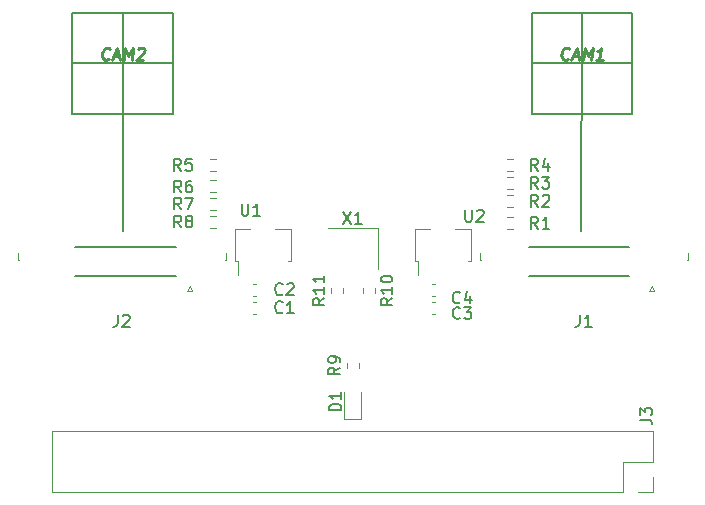
<source format=gbr>
%TF.GenerationSoftware,KiCad,Pcbnew,(5.1.8)-1*%
%TF.CreationDate,2021-03-12T16:58:38+08:00*%
%TF.ProjectId,DoubleCam,446f7562-6c65-4436-916d-2e6b69636164,rev?*%
%TF.SameCoordinates,Original*%
%TF.FileFunction,Legend,Top*%
%TF.FilePolarity,Positive*%
%FSLAX46Y46*%
G04 Gerber Fmt 4.6, Leading zero omitted, Abs format (unit mm)*
G04 Created by KiCad (PCBNEW (5.1.8)-1) date 2021-03-12 16:58:38*
%MOMM*%
%LPD*%
G01*
G04 APERTURE LIST*
%ADD10C,0.250000*%
%ADD11C,0.200000*%
%ADD12C,0.120000*%
%ADD13C,0.150000*%
G04 APERTURE END LIST*
D10*
X183337127Y-60111142D02*
X183283556Y-60158761D01*
X183134747Y-60206380D01*
X183039508Y-60206380D01*
X182902604Y-60158761D01*
X182819270Y-60063523D01*
X182783556Y-59968285D01*
X182759747Y-59777809D01*
X182777604Y-59634952D01*
X182849032Y-59444476D01*
X182908556Y-59349238D01*
X183015699Y-59254000D01*
X183164508Y-59206380D01*
X183259747Y-59206380D01*
X183396651Y-59254000D01*
X183438318Y-59301619D01*
X183741889Y-59920666D02*
X184218080Y-59920666D01*
X183610937Y-60206380D02*
X184069270Y-59206380D01*
X184277604Y-60206380D01*
X184610937Y-60206380D02*
X184735937Y-59206380D01*
X184979985Y-59920666D01*
X185402604Y-59206380D01*
X185277604Y-60206380D01*
X186277604Y-60206380D02*
X185706175Y-60206380D01*
X185991889Y-60206380D02*
X186116889Y-59206380D01*
X186003794Y-59349238D01*
X185896651Y-59444476D01*
X185795461Y-59492095D01*
X144437127Y-60111142D02*
X144383556Y-60158761D01*
X144234747Y-60206380D01*
X144139508Y-60206380D01*
X144002604Y-60158761D01*
X143919270Y-60063523D01*
X143883556Y-59968285D01*
X143859747Y-59777809D01*
X143877604Y-59634952D01*
X143949032Y-59444476D01*
X144008556Y-59349238D01*
X144115699Y-59254000D01*
X144264508Y-59206380D01*
X144359747Y-59206380D01*
X144496651Y-59254000D01*
X144538318Y-59301619D01*
X144841889Y-59920666D02*
X145318080Y-59920666D01*
X144710937Y-60206380D02*
X145169270Y-59206380D01*
X145377604Y-60206380D01*
X145710937Y-60206380D02*
X145835937Y-59206380D01*
X146079985Y-59920666D01*
X146502604Y-59206380D01*
X146377604Y-60206380D01*
X146919270Y-59301619D02*
X146972842Y-59254000D01*
X147074032Y-59206380D01*
X147312127Y-59206380D01*
X147401413Y-59254000D01*
X147443080Y-59301619D01*
X147478794Y-59396857D01*
X147466889Y-59492095D01*
X147401413Y-59634952D01*
X146758556Y-60206380D01*
X147377604Y-60206380D01*
D11*
X141360000Y-64770000D02*
X141360000Y-56270000D01*
X150110000Y-76040000D02*
X141610000Y-76040000D01*
X188760000Y-60520000D02*
X180260000Y-60520000D01*
X149860000Y-64770000D02*
X149860000Y-56270000D01*
X145610000Y-74676000D02*
X145610000Y-56270000D01*
X188760000Y-64770000D02*
X180260000Y-64770000D01*
X149860000Y-56270000D02*
X141360000Y-56270000D01*
X188510000Y-76040000D02*
X180010000Y-76040000D01*
X188510000Y-78540000D02*
X180010000Y-78540000D01*
X150110000Y-78540000D02*
X141610000Y-78540000D01*
X180260000Y-64770000D02*
X180260000Y-56270000D01*
X188760000Y-64770000D02*
X188760000Y-56270000D01*
X188760000Y-56270000D02*
X180260000Y-56270000D01*
X184404000Y-74676000D02*
X184510000Y-56270000D01*
X149860000Y-60520000D02*
X141360000Y-60520000D01*
X149860000Y-64770000D02*
X141360000Y-64770000D01*
D12*
%TO.C,U1*%
X159840000Y-77260000D02*
X159610000Y-77260000D01*
X155120000Y-77260000D02*
X155350000Y-77260000D01*
X155120000Y-77260000D02*
X155120000Y-74540000D01*
X155120000Y-74540000D02*
X156430000Y-74540000D01*
X155350000Y-78400000D02*
X155350000Y-77260000D01*
X159840000Y-74540000D02*
X159840000Y-77260000D01*
X158530000Y-74540000D02*
X159840000Y-74540000D01*
%TO.C,U2*%
X173770000Y-74540000D02*
X175080000Y-74540000D01*
X175080000Y-74540000D02*
X175080000Y-77260000D01*
X170590000Y-78400000D02*
X170590000Y-77260000D01*
X170360000Y-74540000D02*
X171670000Y-74540000D01*
X170360000Y-77260000D02*
X170360000Y-74540000D01*
X170360000Y-77260000D02*
X170590000Y-77260000D01*
X175080000Y-77260000D02*
X174850000Y-77260000D01*
%TO.C,J3*%
X190560000Y-95504000D02*
X190560000Y-96834000D01*
X190560000Y-96834000D02*
X189230000Y-96834000D01*
X190560000Y-94234000D02*
X187960000Y-94234000D01*
X187960000Y-94234000D02*
X187960000Y-96834000D01*
X187960000Y-96834000D02*
X139640000Y-96834000D01*
X139640000Y-91634000D02*
X139640000Y-96834000D01*
X190560000Y-91634000D02*
X139640000Y-91634000D01*
X190560000Y-91634000D02*
X190560000Y-94234000D01*
%TO.C,C4*%
X172060580Y-79180000D02*
X171779420Y-79180000D01*
X172060580Y-80200000D02*
X171779420Y-80200000D01*
%TO.C,C3*%
X172060580Y-80704000D02*
X171779420Y-80704000D01*
X172060580Y-81724000D02*
X171779420Y-81724000D01*
%TO.C,C2*%
X156920580Y-79180000D02*
X156639420Y-79180000D01*
X156920580Y-80200000D02*
X156639420Y-80200000D01*
%TO.C,C1*%
X156920580Y-80704000D02*
X156639420Y-80704000D01*
X156920580Y-81724000D02*
X156639420Y-81724000D01*
%TO.C,X1*%
X167200000Y-74450000D02*
X163000000Y-74450000D01*
X167200000Y-77950000D02*
X167200000Y-74450000D01*
%TO.C,R11*%
X164272500Y-79987258D02*
X164272500Y-79512742D01*
X163227500Y-79987258D02*
X163227500Y-79512742D01*
%TO.C,R10*%
X167022500Y-79993258D02*
X167022500Y-79518742D01*
X165977500Y-79993258D02*
X165977500Y-79518742D01*
%TO.C,R9*%
X164577500Y-85868742D02*
X164577500Y-86343258D01*
X165622500Y-85868742D02*
X165622500Y-86343258D01*
%TO.C,R8*%
X153042742Y-74480500D02*
X153517258Y-74480500D01*
X153042742Y-73435500D02*
X153517258Y-73435500D01*
%TO.C,R7*%
X153517258Y-71911500D02*
X153042742Y-71911500D01*
X153517258Y-72956500D02*
X153042742Y-72956500D01*
%TO.C,R6*%
X153517258Y-70387500D02*
X153042742Y-70387500D01*
X153517258Y-71432500D02*
X153042742Y-71432500D01*
%TO.C,R5*%
X153487258Y-68627500D02*
X153012742Y-68627500D01*
X153487258Y-69672500D02*
X153012742Y-69672500D01*
%TO.C,R4*%
X178649258Y-68622500D02*
X178174742Y-68622500D01*
X178649258Y-69667500D02*
X178174742Y-69667500D01*
%TO.C,R3*%
X178174742Y-71191500D02*
X178649258Y-71191500D01*
X178174742Y-70146500D02*
X178649258Y-70146500D01*
%TO.C,R2*%
X178174742Y-72715500D02*
X178649258Y-72715500D01*
X178174742Y-71670500D02*
X178649258Y-71670500D01*
%TO.C,R1*%
X178174742Y-74575500D02*
X178649258Y-74575500D01*
X178174742Y-73530500D02*
X178649258Y-73530500D01*
%TO.C,J2*%
X151092000Y-79798000D02*
X151492000Y-79798000D01*
X151292000Y-79398000D02*
X151092000Y-79798000D01*
X151492000Y-79798000D02*
X151292000Y-79398000D01*
X136717000Y-77208000D02*
X136717000Y-76608000D01*
X136827000Y-77208000D02*
X136717000Y-77208000D01*
X154367000Y-77208000D02*
X154367000Y-76608000D01*
X154257000Y-77208000D02*
X154367000Y-77208000D01*
%TO.C,J1*%
X190208000Y-79798000D02*
X190608000Y-79798000D01*
X190408000Y-79398000D02*
X190208000Y-79798000D01*
X190608000Y-79798000D02*
X190408000Y-79398000D01*
X175833000Y-77208000D02*
X175833000Y-76608000D01*
X175943000Y-77208000D02*
X175833000Y-77208000D01*
X193483000Y-77208000D02*
X193483000Y-76608000D01*
X193373000Y-77208000D02*
X193483000Y-77208000D01*
%TO.C,D1*%
X165835000Y-90639000D02*
X165835000Y-88354000D01*
X164365000Y-90639000D02*
X165835000Y-90639000D01*
X164365000Y-88354000D02*
X164365000Y-90639000D01*
%TO.C,U1*%
D13*
X155688095Y-72402380D02*
X155688095Y-73211904D01*
X155735714Y-73307142D01*
X155783333Y-73354761D01*
X155878571Y-73402380D01*
X156069047Y-73402380D01*
X156164285Y-73354761D01*
X156211904Y-73307142D01*
X156259523Y-73211904D01*
X156259523Y-72402380D01*
X157259523Y-73402380D02*
X156688095Y-73402380D01*
X156973809Y-73402380D02*
X156973809Y-72402380D01*
X156878571Y-72545238D01*
X156783333Y-72640476D01*
X156688095Y-72688095D01*
%TO.C,U2*%
X174618095Y-72922380D02*
X174618095Y-73731904D01*
X174665714Y-73827142D01*
X174713333Y-73874761D01*
X174808571Y-73922380D01*
X174999047Y-73922380D01*
X175094285Y-73874761D01*
X175141904Y-73827142D01*
X175189523Y-73731904D01*
X175189523Y-72922380D01*
X175618095Y-73017619D02*
X175665714Y-72970000D01*
X175760952Y-72922380D01*
X175999047Y-72922380D01*
X176094285Y-72970000D01*
X176141904Y-73017619D01*
X176189523Y-73112857D01*
X176189523Y-73208095D01*
X176141904Y-73350952D01*
X175570476Y-73922380D01*
X176189523Y-73922380D01*
%TO.C,J3*%
X189437380Y-90694333D02*
X190151666Y-90694333D01*
X190294523Y-90741952D01*
X190389761Y-90837190D01*
X190437380Y-90980047D01*
X190437380Y-91075285D01*
X189437380Y-90313380D02*
X189437380Y-89694333D01*
X189818333Y-90027666D01*
X189818333Y-89884809D01*
X189865952Y-89789571D01*
X189913571Y-89741952D01*
X190008809Y-89694333D01*
X190246904Y-89694333D01*
X190342142Y-89741952D01*
X190389761Y-89789571D01*
X190437380Y-89884809D01*
X190437380Y-90170523D01*
X190389761Y-90265761D01*
X190342142Y-90313380D01*
%TO.C,C4*%
X174183333Y-80757142D02*
X174135714Y-80804761D01*
X173992857Y-80852380D01*
X173897619Y-80852380D01*
X173754761Y-80804761D01*
X173659523Y-80709523D01*
X173611904Y-80614285D01*
X173564285Y-80423809D01*
X173564285Y-80280952D01*
X173611904Y-80090476D01*
X173659523Y-79995238D01*
X173754761Y-79900000D01*
X173897619Y-79852380D01*
X173992857Y-79852380D01*
X174135714Y-79900000D01*
X174183333Y-79947619D01*
X175040476Y-80185714D02*
X175040476Y-80852380D01*
X174802380Y-79804761D02*
X174564285Y-80519047D01*
X175183333Y-80519047D01*
%TO.C,C3*%
X174183333Y-82057142D02*
X174135714Y-82104761D01*
X173992857Y-82152380D01*
X173897619Y-82152380D01*
X173754761Y-82104761D01*
X173659523Y-82009523D01*
X173611904Y-81914285D01*
X173564285Y-81723809D01*
X173564285Y-81580952D01*
X173611904Y-81390476D01*
X173659523Y-81295238D01*
X173754761Y-81200000D01*
X173897619Y-81152380D01*
X173992857Y-81152380D01*
X174135714Y-81200000D01*
X174183333Y-81247619D01*
X174516666Y-81152380D02*
X175135714Y-81152380D01*
X174802380Y-81533333D01*
X174945238Y-81533333D01*
X175040476Y-81580952D01*
X175088095Y-81628571D01*
X175135714Y-81723809D01*
X175135714Y-81961904D01*
X175088095Y-82057142D01*
X175040476Y-82104761D01*
X174945238Y-82152380D01*
X174659523Y-82152380D01*
X174564285Y-82104761D01*
X174516666Y-82057142D01*
%TO.C,C2*%
X159153333Y-80047142D02*
X159105714Y-80094761D01*
X158962857Y-80142380D01*
X158867619Y-80142380D01*
X158724761Y-80094761D01*
X158629523Y-79999523D01*
X158581904Y-79904285D01*
X158534285Y-79713809D01*
X158534285Y-79570952D01*
X158581904Y-79380476D01*
X158629523Y-79285238D01*
X158724761Y-79190000D01*
X158867619Y-79142380D01*
X158962857Y-79142380D01*
X159105714Y-79190000D01*
X159153333Y-79237619D01*
X159534285Y-79237619D02*
X159581904Y-79190000D01*
X159677142Y-79142380D01*
X159915238Y-79142380D01*
X160010476Y-79190000D01*
X160058095Y-79237619D01*
X160105714Y-79332857D01*
X160105714Y-79428095D01*
X160058095Y-79570952D01*
X159486666Y-80142380D01*
X160105714Y-80142380D01*
%TO.C,C1*%
X159153333Y-81571142D02*
X159105714Y-81618761D01*
X158962857Y-81666380D01*
X158867619Y-81666380D01*
X158724761Y-81618761D01*
X158629523Y-81523523D01*
X158581904Y-81428285D01*
X158534285Y-81237809D01*
X158534285Y-81094952D01*
X158581904Y-80904476D01*
X158629523Y-80809238D01*
X158724761Y-80714000D01*
X158867619Y-80666380D01*
X158962857Y-80666380D01*
X159105714Y-80714000D01*
X159153333Y-80761619D01*
X160105714Y-81666380D02*
X159534285Y-81666380D01*
X159820000Y-81666380D02*
X159820000Y-80666380D01*
X159724761Y-80809238D01*
X159629523Y-80904476D01*
X159534285Y-80952095D01*
%TO.C,X1*%
X164290476Y-73112380D02*
X164957142Y-74112380D01*
X164957142Y-73112380D02*
X164290476Y-74112380D01*
X165861904Y-74112380D02*
X165290476Y-74112380D01*
X165576190Y-74112380D02*
X165576190Y-73112380D01*
X165480952Y-73255238D01*
X165385714Y-73350476D01*
X165290476Y-73398095D01*
%TO.C,R11*%
X162702380Y-80392857D02*
X162226190Y-80726190D01*
X162702380Y-80964285D02*
X161702380Y-80964285D01*
X161702380Y-80583333D01*
X161750000Y-80488095D01*
X161797619Y-80440476D01*
X161892857Y-80392857D01*
X162035714Y-80392857D01*
X162130952Y-80440476D01*
X162178571Y-80488095D01*
X162226190Y-80583333D01*
X162226190Y-80964285D01*
X162702380Y-79440476D02*
X162702380Y-80011904D01*
X162702380Y-79726190D02*
X161702380Y-79726190D01*
X161845238Y-79821428D01*
X161940476Y-79916666D01*
X161988095Y-80011904D01*
X162702380Y-78488095D02*
X162702380Y-79059523D01*
X162702380Y-78773809D02*
X161702380Y-78773809D01*
X161845238Y-78869047D01*
X161940476Y-78964285D01*
X161988095Y-79059523D01*
%TO.C,R10*%
X168452380Y-80398857D02*
X167976190Y-80732190D01*
X168452380Y-80970285D02*
X167452380Y-80970285D01*
X167452380Y-80589333D01*
X167500000Y-80494095D01*
X167547619Y-80446476D01*
X167642857Y-80398857D01*
X167785714Y-80398857D01*
X167880952Y-80446476D01*
X167928571Y-80494095D01*
X167976190Y-80589333D01*
X167976190Y-80970285D01*
X168452380Y-79446476D02*
X168452380Y-80017904D01*
X168452380Y-79732190D02*
X167452380Y-79732190D01*
X167595238Y-79827428D01*
X167690476Y-79922666D01*
X167738095Y-80017904D01*
X167452380Y-78827428D02*
X167452380Y-78732190D01*
X167500000Y-78636952D01*
X167547619Y-78589333D01*
X167642857Y-78541714D01*
X167833333Y-78494095D01*
X168071428Y-78494095D01*
X168261904Y-78541714D01*
X168357142Y-78589333D01*
X168404761Y-78636952D01*
X168452380Y-78732190D01*
X168452380Y-78827428D01*
X168404761Y-78922666D01*
X168357142Y-78970285D01*
X168261904Y-79017904D01*
X168071428Y-79065523D01*
X167833333Y-79065523D01*
X167642857Y-79017904D01*
X167547619Y-78970285D01*
X167500000Y-78922666D01*
X167452380Y-78827428D01*
%TO.C,R9*%
X164028380Y-86272666D02*
X163552190Y-86606000D01*
X164028380Y-86844095D02*
X163028380Y-86844095D01*
X163028380Y-86463142D01*
X163076000Y-86367904D01*
X163123619Y-86320285D01*
X163218857Y-86272666D01*
X163361714Y-86272666D01*
X163456952Y-86320285D01*
X163504571Y-86367904D01*
X163552190Y-86463142D01*
X163552190Y-86844095D01*
X164028380Y-85796476D02*
X164028380Y-85606000D01*
X163980761Y-85510761D01*
X163933142Y-85463142D01*
X163790285Y-85367904D01*
X163599809Y-85320285D01*
X163218857Y-85320285D01*
X163123619Y-85367904D01*
X163076000Y-85415523D01*
X163028380Y-85510761D01*
X163028380Y-85701238D01*
X163076000Y-85796476D01*
X163123619Y-85844095D01*
X163218857Y-85891714D01*
X163456952Y-85891714D01*
X163552190Y-85844095D01*
X163599809Y-85796476D01*
X163647428Y-85701238D01*
X163647428Y-85510761D01*
X163599809Y-85415523D01*
X163552190Y-85367904D01*
X163456952Y-85320285D01*
%TO.C,R8*%
X150573333Y-74410380D02*
X150240000Y-73934190D01*
X150001904Y-74410380D02*
X150001904Y-73410380D01*
X150382857Y-73410380D01*
X150478095Y-73458000D01*
X150525714Y-73505619D01*
X150573333Y-73600857D01*
X150573333Y-73743714D01*
X150525714Y-73838952D01*
X150478095Y-73886571D01*
X150382857Y-73934190D01*
X150001904Y-73934190D01*
X151144761Y-73838952D02*
X151049523Y-73791333D01*
X151001904Y-73743714D01*
X150954285Y-73648476D01*
X150954285Y-73600857D01*
X151001904Y-73505619D01*
X151049523Y-73458000D01*
X151144761Y-73410380D01*
X151335238Y-73410380D01*
X151430476Y-73458000D01*
X151478095Y-73505619D01*
X151525714Y-73600857D01*
X151525714Y-73648476D01*
X151478095Y-73743714D01*
X151430476Y-73791333D01*
X151335238Y-73838952D01*
X151144761Y-73838952D01*
X151049523Y-73886571D01*
X151001904Y-73934190D01*
X150954285Y-74029428D01*
X150954285Y-74219904D01*
X151001904Y-74315142D01*
X151049523Y-74362761D01*
X151144761Y-74410380D01*
X151335238Y-74410380D01*
X151430476Y-74362761D01*
X151478095Y-74315142D01*
X151525714Y-74219904D01*
X151525714Y-74029428D01*
X151478095Y-73934190D01*
X151430476Y-73886571D01*
X151335238Y-73838952D01*
%TO.C,R7*%
X150573333Y-72886380D02*
X150240000Y-72410190D01*
X150001904Y-72886380D02*
X150001904Y-71886380D01*
X150382857Y-71886380D01*
X150478095Y-71934000D01*
X150525714Y-71981619D01*
X150573333Y-72076857D01*
X150573333Y-72219714D01*
X150525714Y-72314952D01*
X150478095Y-72362571D01*
X150382857Y-72410190D01*
X150001904Y-72410190D01*
X150906666Y-71886380D02*
X151573333Y-71886380D01*
X151144761Y-72886380D01*
%TO.C,R6*%
X150573333Y-71450380D02*
X150240000Y-70974190D01*
X150001904Y-71450380D02*
X150001904Y-70450380D01*
X150382857Y-70450380D01*
X150478095Y-70498000D01*
X150525714Y-70545619D01*
X150573333Y-70640857D01*
X150573333Y-70783714D01*
X150525714Y-70878952D01*
X150478095Y-70926571D01*
X150382857Y-70974190D01*
X150001904Y-70974190D01*
X151430476Y-70450380D02*
X151240000Y-70450380D01*
X151144761Y-70498000D01*
X151097142Y-70545619D01*
X151001904Y-70688476D01*
X150954285Y-70878952D01*
X150954285Y-71259904D01*
X151001904Y-71355142D01*
X151049523Y-71402761D01*
X151144761Y-71450380D01*
X151335238Y-71450380D01*
X151430476Y-71402761D01*
X151478095Y-71355142D01*
X151525714Y-71259904D01*
X151525714Y-71021809D01*
X151478095Y-70926571D01*
X151430476Y-70878952D01*
X151335238Y-70831333D01*
X151144761Y-70831333D01*
X151049523Y-70878952D01*
X151001904Y-70926571D01*
X150954285Y-71021809D01*
%TO.C,R5*%
X150543333Y-69602380D02*
X150210000Y-69126190D01*
X149971904Y-69602380D02*
X149971904Y-68602380D01*
X150352857Y-68602380D01*
X150448095Y-68650000D01*
X150495714Y-68697619D01*
X150543333Y-68792857D01*
X150543333Y-68935714D01*
X150495714Y-69030952D01*
X150448095Y-69078571D01*
X150352857Y-69126190D01*
X149971904Y-69126190D01*
X151448095Y-68602380D02*
X150971904Y-68602380D01*
X150924285Y-69078571D01*
X150971904Y-69030952D01*
X151067142Y-68983333D01*
X151305238Y-68983333D01*
X151400476Y-69030952D01*
X151448095Y-69078571D01*
X151495714Y-69173809D01*
X151495714Y-69411904D01*
X151448095Y-69507142D01*
X151400476Y-69554761D01*
X151305238Y-69602380D01*
X151067142Y-69602380D01*
X150971904Y-69554761D01*
X150924285Y-69507142D01*
%TO.C,R4*%
X180785333Y-69597380D02*
X180452000Y-69121190D01*
X180213904Y-69597380D02*
X180213904Y-68597380D01*
X180594857Y-68597380D01*
X180690095Y-68645000D01*
X180737714Y-68692619D01*
X180785333Y-68787857D01*
X180785333Y-68930714D01*
X180737714Y-69025952D01*
X180690095Y-69073571D01*
X180594857Y-69121190D01*
X180213904Y-69121190D01*
X181642476Y-68930714D02*
X181642476Y-69597380D01*
X181404380Y-68549761D02*
X181166285Y-69264047D01*
X181785333Y-69264047D01*
%TO.C,R3*%
X180785333Y-71121380D02*
X180452000Y-70645190D01*
X180213904Y-71121380D02*
X180213904Y-70121380D01*
X180594857Y-70121380D01*
X180690095Y-70169000D01*
X180737714Y-70216619D01*
X180785333Y-70311857D01*
X180785333Y-70454714D01*
X180737714Y-70549952D01*
X180690095Y-70597571D01*
X180594857Y-70645190D01*
X180213904Y-70645190D01*
X181118666Y-70121380D02*
X181737714Y-70121380D01*
X181404380Y-70502333D01*
X181547238Y-70502333D01*
X181642476Y-70549952D01*
X181690095Y-70597571D01*
X181737714Y-70692809D01*
X181737714Y-70930904D01*
X181690095Y-71026142D01*
X181642476Y-71073761D01*
X181547238Y-71121380D01*
X181261523Y-71121380D01*
X181166285Y-71073761D01*
X181118666Y-71026142D01*
%TO.C,R2*%
X180785333Y-72645380D02*
X180452000Y-72169190D01*
X180213904Y-72645380D02*
X180213904Y-71645380D01*
X180594857Y-71645380D01*
X180690095Y-71693000D01*
X180737714Y-71740619D01*
X180785333Y-71835857D01*
X180785333Y-71978714D01*
X180737714Y-72073952D01*
X180690095Y-72121571D01*
X180594857Y-72169190D01*
X180213904Y-72169190D01*
X181166285Y-71740619D02*
X181213904Y-71693000D01*
X181309142Y-71645380D01*
X181547238Y-71645380D01*
X181642476Y-71693000D01*
X181690095Y-71740619D01*
X181737714Y-71835857D01*
X181737714Y-71931095D01*
X181690095Y-72073952D01*
X181118666Y-72645380D01*
X181737714Y-72645380D01*
%TO.C,R1*%
X180785333Y-74505380D02*
X180452000Y-74029190D01*
X180213904Y-74505380D02*
X180213904Y-73505380D01*
X180594857Y-73505380D01*
X180690095Y-73553000D01*
X180737714Y-73600619D01*
X180785333Y-73695857D01*
X180785333Y-73838714D01*
X180737714Y-73933952D01*
X180690095Y-73981571D01*
X180594857Y-74029190D01*
X180213904Y-74029190D01*
X181737714Y-74505380D02*
X181166285Y-74505380D01*
X181452000Y-74505380D02*
X181452000Y-73505380D01*
X181356761Y-73648238D01*
X181261523Y-73743476D01*
X181166285Y-73791095D01*
%TO.C,J2*%
X145208666Y-81800380D02*
X145208666Y-82514666D01*
X145161047Y-82657523D01*
X145065809Y-82752761D01*
X144922952Y-82800380D01*
X144827714Y-82800380D01*
X145637238Y-81895619D02*
X145684857Y-81848000D01*
X145780095Y-81800380D01*
X146018190Y-81800380D01*
X146113428Y-81848000D01*
X146161047Y-81895619D01*
X146208666Y-81990857D01*
X146208666Y-82086095D01*
X146161047Y-82228952D01*
X145589619Y-82800380D01*
X146208666Y-82800380D01*
%TO.C,J1*%
X184324666Y-81800380D02*
X184324666Y-82514666D01*
X184277047Y-82657523D01*
X184181809Y-82752761D01*
X184038952Y-82800380D01*
X183943714Y-82800380D01*
X185324666Y-82800380D02*
X184753238Y-82800380D01*
X185038952Y-82800380D02*
X185038952Y-81800380D01*
X184943714Y-81943238D01*
X184848476Y-82038476D01*
X184753238Y-82086095D01*
%TO.C,D1*%
X164122380Y-89892095D02*
X163122380Y-89892095D01*
X163122380Y-89654000D01*
X163170000Y-89511142D01*
X163265238Y-89415904D01*
X163360476Y-89368285D01*
X163550952Y-89320666D01*
X163693809Y-89320666D01*
X163884285Y-89368285D01*
X163979523Y-89415904D01*
X164074761Y-89511142D01*
X164122380Y-89654000D01*
X164122380Y-89892095D01*
X164122380Y-88368285D02*
X164122380Y-88939714D01*
X164122380Y-88654000D02*
X163122380Y-88654000D01*
X163265238Y-88749238D01*
X163360476Y-88844476D01*
X163408095Y-88939714D01*
%TD*%
M02*

</source>
